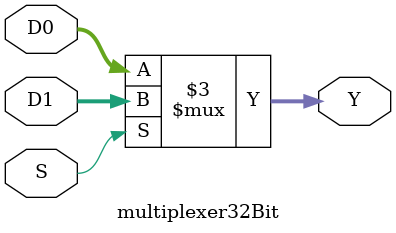
<source format=v>
`timescale 1ns / 1ps
module multiplexer32Bit(D0, D1, S, Y);
    input wire [31:0] D0, D1;
    input wire S;
    output reg [31:0] Y;
    
    always @(D0 or D1 or S)
    begin
    if(S)
        Y = D1;
    else
        Y = D0;    
    end
endmodule

</source>
